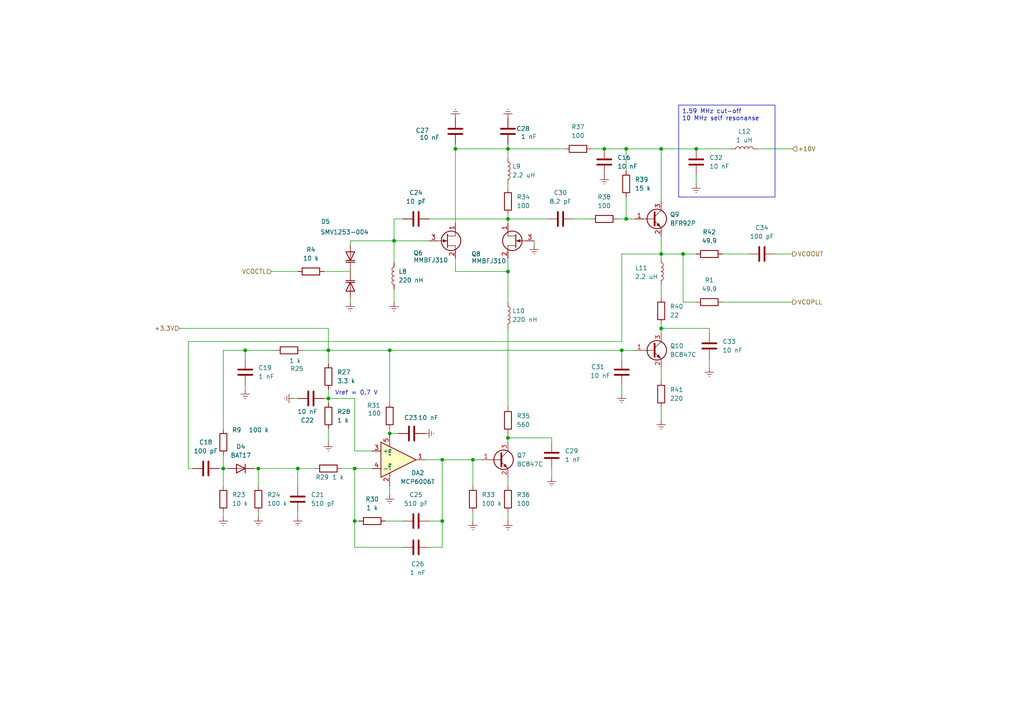
<source format=kicad_sch>
(kicad_sch (version 20250114) (generator "eeschema") (generator_version "9.0")
  (paper "A4")
  (lib_symbols
    (symbol "BJT:BC847" (pin_names (offset 0) (hide yes))
      (property "Reference" "Q" (at 5.08 1.27 0))
      (property "Value" "BC847C" (at 5.08 -1.27 0))
      (symbol "BC847_0_1"
        (polyline (pts (xy -2.54 0) (xy 0.635 0)))
        (polyline (pts (xy 0.635 1.905) (xy 0.635 -1.905)) (stroke (width 0.508)))
        (polyline (pts (xy 0.635 0.635) (xy 2.54 2.54)))
        (polyline (pts (xy 0.635 -0.635) (xy 2.54 -2.54)))
        (circle (center 1.27 0) (radius 2.8194) (stroke (width 0.254)))
        (polyline (pts (xy 1.27 -1.778) (xy 1.778 -1.27) (xy 2.286 -2.286) (xy 1.27 -1.778)) (fill (type outline)))
      )
      (symbol "BC847_1_1"
        (pin input line (at -5.08 0 0) (length 2.54) (name "B") (number "1"))
        (pin passive line (at 2.54 5.08 270) (length 2.54) (name "C") (number "3"))
        (pin passive line (at 2.54 -5.08 90) (length 2.54) (name "E") (number "2"))
      )
    )
    (symbol "BJT:BFR92P" (pin_names (offset 0) (hide yes))
      (property "Reference" "Q" (at 5.08 1.27 0))
      (property "Value" "BFR92P" (at 5.08 -1.27 0))
      (symbol "BFR92P_0_1"
        (polyline (pts (xy -2.54 0) (xy 0.635 0)))
        (polyline (pts (xy 0.635 1.905) (xy 0.635 -1.905)) (stroke (width 0.508)))
        (polyline (pts (xy 0.635 0.635) (xy 2.54 2.54)))
        (polyline (pts (xy 0.635 -0.635) (xy 2.54 -2.54)))
        (circle (center 1.27 0) (radius 2.8194) (stroke (width 0.254)))
        (polyline (pts (xy 1.27 -1.778) (xy 1.778 -1.27) (xy 2.286 -2.286) (xy 1.27 -1.778)) (fill (type outline)))
      )
      (symbol "BFR92P_1_1"
        (pin input line (at -5.08 0 0) (length 2.54) (name "B") (number "1"))
        (pin passive line (at 2.54 5.08 270) (length 2.54) (name "C") (number "3"))
        (pin passive line (at 2.54 -5.08 90) (length 2.54) (name "E") (number "2"))
      )
    )
    (symbol "Diodes:BAT17" (pin_numbers (hide yes)) (pin_names (offset 1.016) (hide yes))
      (property "Reference" "D" (at 0 2.54 0))
      (property "Value" "BAT17" (at 0 -2.54 0))
      (symbol "BAT17_0_1"
        (polyline (pts (xy -1.27 1.27) (xy -1.27 -1.27)) (stroke (width 0.254)))
        (polyline (pts (xy 1.27 1.27) (xy 1.27 -1.27) (xy -1.27 0) (xy 1.27 1.27)) (stroke (width 0.254)))
        (polyline (pts (xy 1.27 0) (xy -1.27 0)))
      )
      (symbol "BAT17_1_1"
        (pin passive line (at -3.81 0 0) (length 2.54) (name "K") (number "3"))
        (pin passive line (at 3.81 0 180) (length 2.54) (name "A") (number "1"))
      )
    )
    (symbol "Diodes:SMV1253-004" (pin_numbers (hide yes)) (pin_names (offset 0) (hide yes))
      (property "Reference" "D" (at -1.016 3.302 0))
      (property "Value" "SMV1253-004" (at 0 0 0))
      (symbol "SMV1253-004_0_1"
        (polyline (pts (xy -5.715 1.27) (xy -5.715 -1.27) (xy -3.175 0) (xy -5.715 1.27)) (stroke (width 0.254)))
        (polyline (pts (xy -3.175 1.27) (xy -3.175 -1.27)) (stroke (width 0.254)))
        (polyline (pts (xy -3.175 0) (xy -5.715 0)))
        (polyline (pts (xy -2.667 1.27) (xy -2.667 -1.27)) (stroke (width 0.254)))
        (polyline (pts (xy 0 0) (xy -2.54 0)))
        (polyline (pts (xy 2.667 1.27) (xy 2.667 -1.27)) (stroke (width 0.254)))
        (polyline (pts (xy 3.175 1.27) (xy 3.175 -1.27)) (stroke (width 0.254)))
        (polyline (pts (xy 3.175 0) (xy 5.715 0)))
        (polyline (pts (xy 5.715 1.27) (xy 5.715 -1.27) (xy 3.175 0) (xy 5.715 1.27)) (stroke (width 0.254)))
      )
      (symbol "SMV1253-004_1_1"
        (pin passive line (at -7.62 0 0) (length 2.54) (name "A1") (number "1"))
        (pin passive line (at 0 0 0) (length 2.54) (name "K") (number "3"))
        (pin passive line (at 7.62 0 180) (length 2.54) (name "A2") (number "2"))
      )
    )
    (symbol "FET:MMBFJ310" (pin_names (hide yes))
      (property "Reference" "Q" (at 5.08 1.905 0))
      (property "Value" "MMBFJ310" (at 5.08 0 0))
      (symbol "MMBFJ310_0_1"
        (polyline (pts (xy 0 0) (xy -1.016 0.381) (xy -1.016 -0.381) (xy 0 0)) (fill (type outline)))
        (polyline (pts (xy 0.254 1.905) (xy 0.254 -1.905)) (stroke (width 0.254)))
        (polyline (pts (xy 0.254 0) (xy -2.54 0)))
        (circle (center 1.27 0) (radius 2.8194) (stroke (width 0.254)))
        (polyline (pts (xy 2.54 2.54) (xy 2.54 1.397) (xy 0.254 1.397)))
        (polyline (pts (xy 2.54 -2.54) (xy 2.54 -1.397) (xy 0.254 -1.397)))
      )
      (symbol "MMBFJ310_1_1"
        (pin passive line (at -5.08 0 0) (length 2.54) (name "G") (number "3"))
        (pin passive line (at 2.54 5.08 270) (length 2.54) (name "D") (number "1"))
        (pin input line (at 2.54 -5.08 90) (length 2.54) (name "S") (number "2"))
      )
    )
    (symbol "opamps:MCP6006T"
      (property "Reference" "DA" (at 1.524 5.08 0))
      (property "Value" "MCP6006T" (at 1.524 3.302 0))
      (symbol "MCP6006T_1_1"
        (polyline (pts (xy -3.81 5.08) (xy 6.35 0) (xy -3.81 -5.08) (xy -3.81 5.08)) (stroke (width 0.254)) (fill (type background)))
        (pin input line (at -6.35 2.54 0) (length 2.54) (name "+") (number "3"))
        (pin input line (at -6.35 -2.54 0) (length 2.54) (name "-") (number "4"))
        (pin power_in line (at -1.27 7.62 270) (length 3.81) (name "+Vs") (number "5"))
        (pin power_in line (at -1.27 -7.62 90) (length 3.81) (name "-Vs") (number "2"))
        (pin output line (at 8.89 0 180) (length 2.54) (name "~") (number "1"))
      )
    )
    (symbol "passive:CC0603JRNPO9BN100" (pin_numbers (hide yes)) (pin_names (offset 0.254))
      (property "Reference" "C" (at 0.635 2.54 0))
      (property "Value" "10 pF" (at 0.635 -2.54 0))
      (symbol "CC0603JRNPO9BN100_0_1"
        (polyline (pts (xy -2.032 0.762) (xy 2.032 0.762)) (stroke (width 0.508)))
        (polyline (pts (xy -2.032 -0.762) (xy 2.032 -0.762)) (stroke (width 0.508)))
      )
      (symbol "CC0603JRNPO9BN100_1_1"
        (pin passive line (at 0 3.81 270) (length 2.794) (name "~") (number "1"))
        (pin passive line (at 0 -3.81 90) (length 2.794) (name "~") (number "2"))
      )
    )
    (symbol "passive:CC0603JRNPO9BN101" (pin_numbers (hide yes)) (pin_names (offset 0.254))
      (property "Reference" "C" (at 0.635 2.54 0))
      (property "Value" "100 pF" (at 0.635 -2.54 0))
      (symbol "CC0603JRNPO9BN101_0_1"
        (polyline (pts (xy -2.032 0.762) (xy 2.032 0.762)) (stroke (width 0.508)))
        (polyline (pts (xy -2.032 -0.762) (xy 2.032 -0.762)) (stroke (width 0.508)))
      )
      (symbol "CC0603JRNPO9BN101_1_1"
        (pin passive line (at 0 3.81 270) (length 2.794) (name "~") (number "1"))
        (pin passive line (at 0 -3.81 90) (length 2.794) (name "~") (number "2"))
      )
    )
    (symbol "passive:CC0603JRNPO9BN102" (pin_numbers (hide yes)) (pin_names (offset 0.254))
      (property "Reference" "C" (at 0.635 2.54 0))
      (property "Value" "1 nF" (at 0.635 -2.54 0))
      (symbol "CC0603JRNPO9BN102_0_1"
        (polyline (pts (xy -2.032 0.762) (xy 2.032 0.762)) (stroke (width 0.508)))
        (polyline (pts (xy -2.032 -0.762) (xy 2.032 -0.762)) (stroke (width 0.508)))
      )
      (symbol "CC0603JRNPO9BN102_1_1"
        (pin passive line (at 0 3.81 270) (length 2.794) (name "~") (number "1"))
        (pin passive line (at 0 -3.81 90) (length 2.794) (name "~") (number "2"))
      )
    )
    (symbol "passive:CC0603JRNPO9BN103" (pin_numbers (hide yes)) (pin_names (offset 0.254))
      (property "Reference" "C" (at 0.635 2.54 0))
      (property "Value" "10 nF" (at 0.635 -2.54 0))
      (symbol "CC0603JRNPO9BN103_0_1"
        (polyline (pts (xy -2.032 0.762) (xy 2.032 0.762)) (stroke (width 0.508)))
        (polyline (pts (xy -2.032 -0.762) (xy 2.032 -0.762)) (stroke (width 0.508)))
      )
      (symbol "CC0603JRNPO9BN103_1_1"
        (pin passive line (at 0 3.81 270) (length 2.794) (name "~") (number "1"))
        (pin passive line (at 0 -3.81 90) (length 2.794) (name "~") (number "2"))
      )
    )
    (symbol "passive:CC0603JRNPO9BN511" (pin_numbers (hide yes)) (pin_names (offset 0.254))
      (property "Reference" "C" (at 0.635 2.54 0))
      (property "Value" "510 pF" (at 0.635 -2.54 0))
      (symbol "CC0603JRNPO9BN511_0_1"
        (polyline (pts (xy -2.032 0.762) (xy 2.032 0.762)) (stroke (width 0.508)))
        (polyline (pts (xy -2.032 -0.762) (xy 2.032 -0.762)) (stroke (width 0.508)))
      )
      (symbol "CC0603JRNPO9BN511_1_1"
        (pin passive line (at 0 3.81 270) (length 2.794) (name "~") (number "1"))
        (pin passive line (at 0 -3.81 90) (length 2.794) (name "~") (number "2"))
      )
    )
    (symbol "passive:CC0603JRNPO9BN8R2" (pin_numbers (hide yes)) (pin_names (offset 0.254))
      (property "Reference" "C" (at 0.635 2.54 0))
      (property "Value" "8.2 pF" (at 0.635 -2.54 0))
      (symbol "CC0603JRNPO9BN8R2_0_1"
        (polyline (pts (xy -2.032 0.762) (xy 2.032 0.762)) (stroke (width 0.508)))
        (polyline (pts (xy -2.032 -0.762) (xy 2.032 -0.762)) (stroke (width 0.508)))
      )
      (symbol "CC0603JRNPO9BN8R2_1_1"
        (pin passive line (at 0 3.81 270) (length 2.794) (name "~") (number "1"))
        (pin passive line (at 0 -3.81 90) (length 2.794) (name "~") (number "2"))
      )
    )
    (symbol "passive:LQW2BASR22J00L" (pin_numbers (hide yes)) (pin_names (offset 1.016) (hide yes))
      (property "Reference" "L" (at -1.27 0 90))
      (property "Value" "220 nH" (at 1.905 0 90))
      (symbol "LQW2BASR22J00L_0_1"
        (arc (start 0 2.54) (mid 0.6323 1.905) (end 0 1.27))
        (arc (start 0 1.27) (mid 0.6323 0.635) (end 0 0))
        (arc (start 0 0) (mid 0.6323 -0.635) (end 0 -1.27))
        (arc (start 0 -1.27) (mid 0.6323 -1.905) (end 0 -2.54))
      )
      (symbol "LQW2BASR22J00L_1_1"
        (pin passive line (at 0 3.81 270) (length 1.27) (name "1") (number "1"))
        (pin passive line (at 0 -3.81 90) (length 1.27) (name "2") (number "2"))
      )
    )
    (symbol "passive:LQW2UAS2R2J00L" (pin_numbers (hide yes)) (pin_names (offset 1.016) (hide yes))
      (property "Reference" "L" (at -1.27 0 90))
      (property "Value" "2.2 uH" (at 1.905 0 90))
      (symbol "LQW2UAS2R2J00L_0_1"
        (arc (start 0 2.54) (mid 0.6323 1.905) (end 0 1.27))
        (arc (start 0 1.27) (mid 0.6323 0.635) (end 0 0))
        (arc (start 0 0) (mid 0.6323 -0.635) (end 0 -1.27))
        (arc (start 0 -1.27) (mid 0.6323 -1.905) (end 0 -2.54))
      )
      (symbol "LQW2UAS2R2J00L_1_1"
        (pin passive line (at 0 3.81 270) (length 1.27) (name "1") (number "1"))
        (pin passive line (at 0 -3.81 90) (length 1.27) (name "2") (number "2"))
      )
    )
    (symbol "passive:MLZ1608A1R0WT000" (pin_numbers (hide yes)) (pin_names (offset 1.016) (hide yes))
      (property "Reference" "L" (at -1.27 0 90))
      (property "Value" "1 uH" (at 1.905 0 90))
      (symbol "MLZ1608A1R0WT000_0_1"
        (arc (start 0 2.54) (mid 0.6323 1.905) (end 0 1.27))
        (arc (start 0 1.27) (mid 0.6323 0.635) (end 0 0))
        (arc (start 0 0) (mid 0.6323 -0.635) (end 0 -1.27))
        (arc (start 0 -1.27) (mid 0.6323 -1.905) (end 0 -2.54))
      )
      (symbol "MLZ1608A1R0WT000_1_1"
        (pin passive line (at 0 3.81 270) (length 1.27) (name "1") (number "1"))
        (pin passive line (at 0 -3.81 90) (length 1.27) (name "2") (number "2"))
      )
    )
    (symbol "passive:RC0603FR-0749R9L" (pin_numbers (hide yes)) (pin_names (offset 0))
      (property "Reference" "R" (at 2.032 0 90))
      (property "Value" "49.9" (at 0 0 90))
      (symbol "RC0603FR-0749R9L_0_1"
        (rectangle (start -1.016 -2.54) (end 1.016 2.54) (stroke (width 0.254)))
      )
      (symbol "RC0603FR-0749R9L_1_1"
        (pin passive line (at 0 3.81 270) (length 1.27) (name "~") (number "1"))
        (pin passive line (at 0 -3.81 90) (length 1.27) (name "~") (number "2"))
      )
    )
    (symbol "passive:RC0603JR-07100KL" (pin_numbers (hide yes)) (pin_names (offset 0))
      (property "Reference" "R" (at 2.032 0 90))
      (property "Value" "100 k" (at 0 0 90))
      (symbol "RC0603JR-07100KL_0_1"
        (rectangle (start -1.016 -2.54) (end 1.016 2.54) (stroke (width 0.254)))
      )
      (symbol "RC0603JR-07100KL_1_1"
        (pin passive line (at 0 3.81 270) (length 1.27) (name "~") (number "1"))
        (pin passive line (at 0 -3.81 90) (length 1.27) (name "~") (number "2"))
      )
    )
    (symbol "passive:RC0603JR-07100RL" (pin_numbers (hide yes)) (pin_names (offset 0))
      (property "Reference" "R" (at 2.032 0 90))
      (property "Value" "100" (at 0 0 90))
      (symbol "RC0603JR-07100RL_0_1"
        (rectangle (start -1.016 -2.54) (end 1.016 2.54) (stroke (width 0.254)))
      )
      (symbol "RC0603JR-07100RL_1_1"
        (pin passive line (at 0 3.81 270) (length 1.27) (name "~") (number "1"))
        (pin passive line (at 0 -3.81 90) (length 1.27) (name "~") (number "2"))
      )
    )
    (symbol "passive:RC0603JR-0710K0L" (pin_numbers (hide yes)) (pin_names (offset 0))
      (property "Reference" "R" (at 2.032 0 90))
      (property "Value" "10 k" (at 0 0 90))
      (symbol "RC0603JR-0710K0L_0_1"
        (rectangle (start -1.016 -2.54) (end 1.016 2.54) (stroke (width 0.254)))
      )
      (symbol "RC0603JR-0710K0L_1_1"
        (pin passive line (at 0 3.81 270) (length 1.27) (name "~") (number "1"))
        (pin passive line (at 0 -3.81 90) (length 1.27) (name "~") (number "2"))
      )
    )
    (symbol "passive:RC0603JR-0715K0L" (pin_numbers (hide yes)) (pin_names (offset 0))
      (property "Reference" "R" (at 2.032 0 90))
      (property "Value" "15 k" (at 0 0 90))
      (symbol "RC0603JR-0715K0L_0_1"
        (rectangle (start -1.016 -2.54) (end 1.016 2.54) (stroke (width 0.254)))
      )
      (symbol "RC0603JR-0715K0L_1_1"
        (pin passive line (at 0 3.81 270) (length 1.27) (name "~") (number "1"))
        (pin passive line (at 0 -3.81 90) (length 1.27) (name "~") (number "2"))
      )
    )
    (symbol "passive:RC0603JR-071K00L" (pin_numbers (hide yes)) (pin_names (offset 0))
      (property "Reference" "R" (at 2.032 0 90))
      (property "Value" "1 k" (at 0 0 90))
      (symbol "RC0603JR-071K00L_0_1"
        (rectangle (start -1.016 -2.54) (end 1.016 2.54) (stroke (width 0.254)))
      )
      (symbol "RC0603JR-071K00L_1_1"
        (pin passive line (at 0 3.81 270) (length 1.27) (name "~") (number "1"))
        (pin passive line (at 0 -3.81 90) (length 1.27) (name "~") (number "2"))
      )
    )
    (symbol "passive:RC0603JR-07220RL" (pin_numbers (hide yes)) (pin_names (offset 0))
      (property "Reference" "R" (at 2.032 0 90))
      (property "Value" "220" (at 0 0 90))
      (symbol "RC0603JR-07220RL_0_1"
        (rectangle (start -1.016 -2.54) (end 1.016 2.54) (stroke (width 0.254)))
      )
      (symbol "RC0603JR-07220RL_1_1"
        (pin passive line (at 0 3.81 270) (length 1.27) (name "~") (number "1"))
        (pin passive line (at 0 -3.81 90) (length 1.27) (name "~") (number "2"))
      )
    )
    (symbol "passive:RC0603JR-0722RL" (pin_numbers (hide yes)) (pin_names (offset 0))
      (property "Reference" "R" (at 2.032 0 90))
      (property "Value" "22" (at 0 0 90))
      (symbol "RC0603JR-0722RL_0_1"
        (rectangle (start -1.016 -2.54) (end 1.016 2.54) (stroke (width 0.254)))
      )
      (symbol "RC0603JR-0722RL_1_1"
        (pin passive line (at 0 3.81 270) (length 1.27) (name "~") (number "1"))
        (pin passive line (at 0 -3.81 90) (length 1.27) (name "~") (number "2"))
      )
    )
    (symbol "passive:RC0603JR-073K30L" (pin_numbers (hide yes)) (pin_names (offset 0))
      (property "Reference" "R" (at 2.032 0 90))
      (property "Value" "3.3 k" (at 0 0 90))
      (symbol "RC0603JR-073K30L_0_1"
        (rectangle (start -1.016 -2.54) (end 1.016 2.54) (stroke (width 0.254)))
      )
      (symbol "RC0603JR-073K30L_1_1"
        (pin passive line (at 0 3.81 270) (length 1.27) (name "~") (number "1"))
        (pin passive line (at 0 -3.81 90) (length 1.27) (name "~") (number "2"))
      )
    )
    (symbol "passive:RC0603JR-07560RL" (pin_numbers (hide yes)) (pin_names (offset 0))
      (property "Reference" "R" (at 2.032 0 90))
      (property "Value" "560" (at 0 0 90))
      (symbol "RC0603JR-07560RL_0_1"
        (rectangle (start -1.016 -2.54) (end 1.016 2.54) (stroke (width 0.254)))
      )
      (symbol "RC0603JR-07560RL_1_1"
        (pin passive line (at 0 3.81 270) (length 1.27) (name "~") (number "1"))
        (pin passive line (at 0 -3.81 90) (length 1.27) (name "~") (number "2"))
      )
    )
    (symbol "power:Earth" (power) (pin_numbers (hide yes)) (pin_names (offset 0) (hide yes))
      (property "Value" "Earth" (at 0 -3.81 0))
      (symbol "Earth_0_1"
        (polyline (pts (xy -0.635 -1.905) (xy 0.635 -1.905)))
        (polyline (pts (xy -0.127 -2.54) (xy 0.127 -2.54)))
        (polyline (pts (xy 0 -1.27) (xy 0 0)))
        (polyline (pts (xy 1.27 -1.27) (xy -1.27 -1.27)))
      )
      (symbol "Earth_1_1"
        (pin power_in line (at 0 0 270) (length 0) (name "~") (number "1"))
      )
    )
  )
  (text "Vref = 0.7 V" (at 103.378 114.046 0) (effects (font (size 1.27 1.27))))
  (text_box "1.59 MHz cut-off\n10 MHz self resonanse" (at 196.85 30.48 0) (size 27.94 26.67) (margins 0.9525 0.9525 0.9525 0.9525) (effects (font (size 1.27 1.27)) (justify left top)))
  (junction (at 102.87 151.13))
  (junction (at 198.12 73.66))
  (junction (at 191.77 95.25))
  (junction (at 102.87 135.89))
  (junction (at 128.27 151.13))
  (junction (at 175.26 43.18))
  (junction (at 180.34 101.6))
  (junction (at 181.61 43.18))
  (junction (at 147.32 127))
  (junction (at 147.32 78.74))
  (junction (at 201.93 43.18))
  (junction (at 114.3 69.85))
  (junction (at 74.93 135.89))
  (junction (at 95.25 115.57))
  (junction (at 64.77 135.89))
  (junction (at 86.36 135.89))
  (junction (at 147.32 63.5))
  (junction (at 113.03 101.6))
  (junction (at 113.03 125.73))
  (junction (at 181.61 63.5))
  (junction (at 71.12 101.6))
  (junction (at 191.77 73.66))
  (junction (at 95.25 101.6))
  (junction (at 132.08 43.18))
  (junction (at 137.16 133.35))
  (junction (at 128.27 133.35))
  (junction (at 147.32 43.18))
  (junction (at 191.77 43.18))
  (wire (pts (xy 93.98 78.74) (xy 101.6 78.74)))
  (wire (pts (xy 160.02 135.89) (xy 160.02 138.43)))
  (wire (pts (xy 191.77 82.55) (xy 191.77 86.36)))
  (wire (pts (xy 224.79 73.66) (xy 229.87 73.66)))
  (wire (pts (xy 137.16 133.35) (xy 139.7 133.35)))
  (wire (pts (xy 74.93 135.89) (xy 86.36 135.89)))
  (wire (pts (xy 147.32 45.72) (xy 147.32 43.18)))
  (wire (pts (xy 166.37 63.5) (xy 171.45 63.5)))
  (wire (pts (xy 87.63 101.6) (xy 95.25 101.6)))
  (wire (pts (xy 71.12 101.6) (xy 71.12 104.14)))
  (wire (pts (xy 198.12 87.63) (xy 198.12 73.66)))
  (wire (pts (xy 175.26 43.18) (xy 181.61 43.18)))
  (wire (pts (xy 114.3 83.82) (xy 114.3 87.63)))
  (wire (pts (xy 95.25 95.25) (xy 95.25 101.6)))
  (wire (pts (xy 147.32 63.5) (xy 147.32 64.77)))
  (wire (pts (xy 102.87 115.57) (xy 95.25 115.57)))
  (wire (pts (xy 95.25 124.46) (xy 95.25 128.27)))
  (wire (pts (xy 137.16 140.97) (xy 137.16 133.35)))
  (wire (pts (xy 64.77 101.6) (xy 71.12 101.6)))
  (wire (pts (xy 54.61 99.06) (xy 180.34 99.06)))
  (wire (pts (xy 74.93 148.59) (xy 74.93 149.86)))
  (wire (pts (xy 93.98 115.57) (xy 95.25 115.57)))
  (wire (pts (xy 132.08 43.18) (xy 132.08 64.77)))
  (wire (pts (xy 124.46 151.13) (xy 128.27 151.13)))
  (wire (pts (xy 191.77 68.58) (xy 191.77 73.66)))
  (wire (pts (xy 101.6 69.85) (xy 114.3 69.85)))
  (wire (pts (xy 111.76 151.13) (xy 116.84 151.13)))
  (wire (pts (xy 113.03 124.46) (xy 113.03 125.73)))
  (wire (pts (xy 147.32 53.34) (xy 147.32 54.61)))
  (wire (pts (xy 54.61 135.89) (xy 55.88 135.89)))
  (wire (pts (xy 191.77 73.66) (xy 191.77 74.93)))
  (wire (pts (xy 64.77 101.6) (xy 64.77 124.46)))
  (wire (pts (xy 101.6 86.36) (xy 101.6 87.63)))
  (wire (pts (xy 132.08 41.91) (xy 132.08 43.18)))
  (wire (pts (xy 95.25 101.6) (xy 95.25 105.41)))
  (wire (pts (xy 171.45 43.18) (xy 175.26 43.18)))
  (wire (pts (xy 147.32 41.91) (xy 147.32 43.18)))
  (wire (pts (xy 52.07 95.25) (xy 95.25 95.25)))
  (wire (pts (xy 102.87 130.81) (xy 102.87 115.57)))
  (wire (pts (xy 128.27 133.35) (xy 137.16 133.35)))
  (wire (pts (xy 147.32 125.73) (xy 147.32 127)))
  (wire (pts (xy 181.61 63.5) (xy 184.15 63.5)))
  (wire (pts (xy 86.36 135.89) (xy 91.44 135.89)))
  (wire (pts (xy 147.32 78.74) (xy 147.32 87.63)))
  (wire (pts (xy 64.77 148.59) (xy 64.77 149.86)))
  (wire (pts (xy 180.34 101.6) (xy 180.34 104.14)))
  (wire (pts (xy 99.06 135.89) (xy 102.87 135.89)))
  (wire (pts (xy 113.03 125.73) (xy 115.57 125.73)))
  (wire (pts (xy 113.03 101.6) (xy 113.03 116.84)))
  (wire (pts (xy 128.27 151.13) (xy 128.27 133.35)))
  (wire (pts (xy 137.16 148.59) (xy 137.16 151.13)))
  (wire (pts (xy 191.77 43.18) (xy 191.77 58.42)))
  (wire (pts (xy 113.03 140.97) (xy 113.03 143.51)))
  (wire (pts (xy 132.08 74.93) (xy 132.08 78.74)))
  (wire (pts (xy 132.08 78.74) (xy 147.32 78.74)))
  (wire (pts (xy 181.61 43.18) (xy 181.61 49.53)))
  (wire (pts (xy 102.87 135.89) (xy 107.95 135.89)))
  (wire (pts (xy 160.02 127) (xy 147.32 127)))
  (wire (pts (xy 209.55 73.66) (xy 217.17 73.66)))
  (wire (pts (xy 201.93 87.63) (xy 198.12 87.63)))
  (wire (pts (xy 128.27 158.75) (xy 128.27 151.13)))
  (wire (pts (xy 205.74 96.52) (xy 205.74 95.25)))
  (wire (pts (xy 102.87 130.81) (xy 107.95 130.81)))
  (wire (pts (xy 179.07 63.5) (xy 181.61 63.5)))
  (wire (pts (xy 124.46 63.5) (xy 147.32 63.5)))
  (wire (pts (xy 116.84 158.75) (xy 102.87 158.75)))
  (wire (pts (xy 191.77 95.25) (xy 205.74 95.25)))
  (wire (pts (xy 191.77 73.66) (xy 198.12 73.66)))
  (wire (pts (xy 191.77 43.18) (xy 201.93 43.18)))
  (wire (pts (xy 102.87 158.75) (xy 102.87 151.13)))
  (wire (pts (xy 114.3 63.5) (xy 114.3 69.85)))
  (wire (pts (xy 147.32 148.59) (xy 147.32 151.13)))
  (wire (pts (xy 147.32 63.5) (xy 158.75 63.5)))
  (wire (pts (xy 180.34 101.6) (xy 184.15 101.6)))
  (wire (pts (xy 191.77 106.68) (xy 191.77 110.49)))
  (wire (pts (xy 124.46 158.75) (xy 128.27 158.75)))
  (wire (pts (xy 154.94 69.85) (xy 154.94 71.12)))
  (wire (pts (xy 219.71 43.18) (xy 229.87 43.18)))
  (wire (pts (xy 71.12 101.6) (xy 80.01 101.6)))
  (wire (pts (xy 201.93 53.34) (xy 201.93 50.8)))
  (wire (pts (xy 114.3 76.2) (xy 114.3 69.85)))
  (wire (pts (xy 198.12 73.66) (xy 201.93 73.66)))
  (wire (pts (xy 201.93 43.18) (xy 212.09 43.18)))
  (wire (pts (xy 64.77 135.89) (xy 66.04 135.89)))
  (wire (pts (xy 114.3 69.85) (xy 124.46 69.85)))
  (wire (pts (xy 63.5 135.89) (xy 64.77 135.89)))
  (wire (pts (xy 113.03 101.6) (xy 180.34 101.6)))
  (wire (pts (xy 78.74 78.74) (xy 86.36 78.74)))
  (wire (pts (xy 147.32 43.18) (xy 132.08 43.18)))
  (wire (pts (xy 147.32 127) (xy 147.32 128.27)))
  (wire (pts (xy 86.36 135.89) (xy 86.36 140.97)))
  (wire (pts (xy 74.93 135.89) (xy 74.93 140.97)))
  (wire (pts (xy 71.12 111.76) (xy 71.12 113.03)))
  (wire (pts (xy 180.34 114.3) (xy 180.34 111.76)))
  (wire (pts (xy 147.32 62.23) (xy 147.32 63.5)))
  (wire (pts (xy 181.61 43.18) (xy 191.77 43.18)))
  (wire (pts (xy 64.77 132.08) (xy 64.77 135.89)))
  (wire (pts (xy 101.6 69.85) (xy 101.6 71.12)))
  (wire (pts (xy 181.61 57.15) (xy 181.61 63.5)))
  (wire (pts (xy 205.74 104.14) (xy 205.74 106.68)))
  (wire (pts (xy 160.02 128.27) (xy 160.02 127)))
  (wire (pts (xy 147.32 140.97) (xy 147.32 138.43)))
  (wire (pts (xy 191.77 95.25) (xy 191.77 96.52)))
  (wire (pts (xy 73.66 135.89) (xy 74.93 135.89)))
  (wire (pts (xy 86.36 148.59) (xy 86.36 149.86)))
  (wire (pts (xy 180.34 99.06) (xy 180.34 73.66)))
  (wire (pts (xy 95.25 113.03) (xy 95.25 115.57)))
  (wire (pts (xy 104.14 151.13) (xy 102.87 151.13)))
  (wire (pts (xy 123.19 133.35) (xy 128.27 133.35)))
  (wire (pts (xy 64.77 135.89) (xy 64.77 140.97)))
  (wire (pts (xy 191.77 93.98) (xy 191.77 95.25)))
  (wire (pts (xy 191.77 118.11) (xy 191.77 121.92)))
  (wire (pts (xy 180.34 73.66) (xy 191.77 73.66)))
  (wire (pts (xy 54.61 135.89) (xy 54.61 99.06)))
  (wire (pts (xy 95.25 101.6) (xy 113.03 101.6)))
  (wire (pts (xy 147.32 95.25) (xy 147.32 118.11)))
  (wire (pts (xy 147.32 78.74) (xy 147.32 74.93)))
  (wire (pts (xy 102.87 151.13) (xy 102.87 135.89)))
  (wire (pts (xy 209.55 87.63) (xy 229.87 87.63)))
  (wire (pts (xy 147.32 43.18) (xy 163.83 43.18)))
  (wire (pts (xy 95.25 115.57) (xy 95.25 116.84)))
  (wire (pts (xy 116.84 63.5) (xy 114.3 63.5)))
  (wire (pts (xy 85.09 115.57) (xy 86.36 115.57)))
  (hierarchical_label "+3.3V" (shape input) (at 52.07 95.25 180))
  (hierarchical_label "VCOCTL" (shape input) (at 78.74 78.74 180))
  (hierarchical_label "VCOPLL" (shape output) (at 229.87 87.63 0))
  (hierarchical_label "VCOOUT" (shape output) (at 229.87 73.66 0))
  (hierarchical_label "+10V" (shape input) (at 229.87 43.18 0))
  (symbol (lib_id "power:Earth") (at 132.08 34.29 180) (unit 1)
    (property "Reference" "#PWR043" (effects (hide yes)))
    (property "Value" "Earth" (effects (hide yes)))
    (property "Description" "Power symbol creates a global label with name \"Earth\"" (effects (hide yes)))
  )
  (symbol (lib_id "passive:RC0603JR-07100KL") (at 64.77 128.27 0) (unit 1)
    (property "Reference" "R9" (at 67.31 124.714 0) (effects (justify left)))
    (property "Value" "100 k" (at 72.136 124.714 0) (effects (justify left)))
    (property "Footprint" "Resistor_SMD:R_0603_1608Metric" (effects (hide yes)))
    (property "Description" "Resistor" (effects (hide yes)))
    (property "Partnumber" "RC0603JR-07100KL" (effects (hide yes)))
  )
  (symbol (lib_id "passive:CC0603JRNPO9BN103") (at 175.26 46.99 0) (unit 1)
    (property "Reference" "C16" (at 179.07 45.7199 0) (effects (justify left)))
    (property "Value" "10 nF" (at 179.07 48.2599 0) (effects (justify left)))
    (property "Footprint" "Capacitor_SMD:C_0603_1608Metric" (effects (hide yes)))
    (property "Datasheet" "https://www.yageo.com/en/Chart/Download/pdf/CC0603JRNPO9BN103" (effects (hide yes)))
    (property "Description" "10 nF 50V C0G/NPO 0603" (effects (hide yes)))
    (property "Partnumber" "CC0603JRNPO9BN103" (effects (hide yes)))
  )
  (symbol (lib_id "power:Earth") (at 137.16 151.13 0) (unit 1)
    (property "Reference" "#PWR044" (effects (hide yes)))
    (property "Value" "Earth" (effects (hide yes)))
    (property "Description" "Power symbol creates a global label with name \"Earth\"" (effects (hide yes)))
  )
  (symbol (lib_id "passive:LQW2UAS2R2J00L") (at 191.77 78.74 0) (unit 1)
    (property "Reference" "L11" (at 184.15 77.724 0) (effects (justify left)))
    (property "Value" "2.2 uH" (at 184.15 80.264 0) (effects (justify left)))
    (property "Footprint" "Inductor_SMD:L_1008_2520Metric" (effects (hide yes)))
    (property "Description" "2.2 uH, RF wirewound inductor" (effects (hide yes)))
    (property "Partnumber" "LQW2UAS2R2J00L" (effects (hide yes)))
  )
  (symbol (lib_id "passive:CC0603JRNPO9BN102") (at 71.12 107.95 0) (unit 1)
    (property "Reference" "C19" (at 74.93 106.6799 0) (effects (justify left)))
    (property "Value" "1 nF" (at 74.93 109.2199 0) (effects (justify left)))
    (property "Footprint" "Capacitor_SMD:C_0603_1608Metric" (effects (hide yes)))
    (property "Description" "Unpolarized capacitor" (effects (hide yes)))
    (property "Partnumber" "CC0603JRNPO9BN102" (effects (hide yes)))
  )
  (symbol (lib_id "passive:RC0603FR-0749R9L") (at 205.74 73.66 90) (unit 1)
    (property "Reference" "R42" (at 205.74 67.31 90))
    (property "Value" "49.9" (at 205.74 69.85 90))
    (property "Footprint" "Resistor_SMD:R_0603_1608Metric" (effects (hide yes)))
    (property "Datasheet" "https://www.yageogroup.com/content/datasheet/asset/file/PYU-RC_GROUP_51_ROHS_L" (effects (hide yes)))
    (property "Description" "1/10W resistor 0603" (effects (hide yes)))
    (property "Partnumber" "RC0603FR-0749R9L" (effects (hide yes)))
  )
  (symbol (lib_id "power:Earth") (at 147.32 151.13 0) (unit 1)
    (property "Reference" "#PWR046" (effects (hide yes)))
    (property "Value" "Earth" (effects (hide yes)))
    (property "Description" "Power symbol creates a global label with name \"Earth\"" (effects (hide yes)))
  )
  (symbol (lib_id "Diodes:SMV1253-004") (at 101.6 78.74 270) (unit 1)
    (property "Reference" "D5" (at 95.758 64.262 90) (effects (justify right)))
    (property "Value" "SMV1253-004" (at 106.934 67.31 90) (effects (justify right)))
    (property "Footprint" "Package_TO_SOT_SMD:SOT-23" (effects (hide yes)))
    (property "Datasheet" "https://www.skyworksinc.com/-/media/85996D5458724EC385A4FC893D918989.pdf" (effects (hide yes)))
    (property "Description" "VHF/UHF varactor double, common cathode, Ct4.7 = 4.5 pF, Ct1 = 37 pF" (effects (hide yes)))
    (property "Partnumber" "SMV1253-004LF" (effects (hide yes)))
  )
  (symbol (lib_id "passive:RC0603JR-071K00L") (at 107.95 151.13 90) (unit 1)
    (property "Reference" "R30" (at 107.95 144.78 90))
    (property "Value" "1 k" (at 107.95 147.32 90))
    (property "Footprint" "Resistor_SMD:R_0603_1608Metric" (effects (hide yes)))
    (property "Description" "Resistor" (effects (hide yes)))
    (property "Partnumber" "RC0603JR-071K00L" (effects (hide yes)))
  )
  (symbol (lib_id "passive:LQW2BASR22J00L") (at 147.32 91.44 0) (unit 1)
    (property "Reference" "L10" (at 148.59 90.1699 0) (effects (justify left)))
    (property "Value" "220 nH" (at 148.59 92.7099 0) (effects (justify left)))
    (property "Footprint" "Inductor_SMD:L_1008_2520Metric" (effects (hide yes)))
    (property "Datasheet" "https://search.murata.co.jp/Ceramy/image/img/P02/JELF243A-0084.pdf" (effects (hide yes)))
    (property "Description" "220 nH 400MA 700mOhm" (effects (hide yes)))
    (property "Partnumber" "LQW2BASR22J00L" (effects (hide yes)))
  )
  (symbol (lib_id "power:Earth") (at 85.09 115.57 270) (unit 1)
    (property "Reference" "#PWR034" (effects (hide yes)))
    (property "Value" "Earth" (effects (hide yes)))
    (property "Description" "Power symbol creates a global label with name \"Earth\"" (effects (hide yes)))
  )
  (symbol (lib_id "power:Earth") (at 147.32 34.29 180) (unit 1)
    (property "Reference" "#PWR045" (effects (hide yes)))
    (property "Value" "Earth" (effects (hide yes)))
    (property "Description" "Power symbol creates a global label with name \"Earth\"" (effects (hide yes)))
  )
  (symbol (lib_id "power:Earth") (at 123.19 125.73 90) (unit 1)
    (property "Reference" "#PWR040" (effects (hide yes)))
    (property "Value" "Earth" (effects (hide yes)))
    (property "Description" "Power symbol creates a global label with name \"Earth\"" (effects (hide yes)))
  )
  (symbol (lib_id "passive:RC0603JR-07100RL") (at 147.32 58.42 0) (unit 1)
    (property "Reference" "R34" (at 149.86 57.1499 0) (effects (justify left)))
    (property "Value" "100" (at 149.86 59.6899 0) (effects (justify left)))
    (property "Footprint" "Resistor_SMD:R_0603_1608Metric" (effects (hide yes)))
    (property "Description" "Resistor" (effects (hide yes)))
    (property "Partnumber" "RC0603JR-07100RL" (effects (hide yes)))
  )
  (symbol (lib_id "passive:RC0603FR-0749R9L") (at 205.74 87.63 90) (unit 1)
    (property "Reference" "R1" (at 205.74 81.28 90))
    (property "Value" "49.9" (at 205.74 83.82 90))
    (property "Footprint" "Resistor_SMD:R_0603_1608Metric" (effects (hide yes)))
    (property "Datasheet" "https://www.yageogroup.com/content/datasheet/asset/file/PYU-RC_GROUP_51_ROHS_L" (effects (hide yes)))
    (property "Description" "1/10W resistor 0603" (effects (hide yes)))
    (property "Partnumber" "RC0603FR-0749R9L" (effects (hide yes)))
  )
  (symbol (lib_id "power:Earth") (at 101.6 87.63 0) (unit 1)
    (property "Reference" "#PWR037" (effects (hide yes)))
    (property "Value" "Earth" (effects (hide yes)))
    (property "Description" "Power symbol creates a global label with name \"Earth\"" (effects (hide yes)))
  )
  (symbol (lib_id "passive:CC0603JRNPO9BN101") (at 220.98 73.66 90) (unit 1)
    (property "Reference" "C34" (at 220.98 66.04 90))
    (property "Value" "100 pF" (at 220.98 68.58 90))
    (property "Footprint" "Capacitor_SMD:C_0603_1608Metric" (effects (hide yes)))
    (property "Description" "Unpolarized capacitor" (effects (hide yes)))
    (property "Partnumber" "CC0603JRNPO9BN101" (effects (hide yes)))
  )
  (symbol (lib_id "passive:CC0603JRNPO9BN103") (at 90.17 115.57 90) (unit 1)
    (property "Reference" "C22" (at 89.154 121.92 90))
    (property "Value" "10 nF" (at 89.154 119.38 90))
    (property "Footprint" "Capacitor_SMD:C_0603_1608Metric" (effects (hide yes)))
    (property "Datasheet" "https://www.yageo.com/en/Chart/Download/pdf/CC0603JRNPO9BN103" (effects (hide yes)))
    (property "Description" "10 nF 50V C0G/NPO 0603" (effects (hide yes)))
    (property "Partnumber" "CC0603JRNPO9BN103" (effects (hide yes)))
  )
  (symbol (lib_id "passive:CC0603JRNPO9BN103") (at 205.74 100.33 0) (unit 1)
    (property "Reference" "C33" (at 209.55 99.0599 0) (effects (justify left)))
    (property "Value" "10 nF" (at 209.55 101.5999 0) (effects (justify left)))
    (property "Footprint" "Capacitor_SMD:C_0603_1608Metric" (effects (hide yes)))
    (property "Datasheet" "https://www.yageo.com/en/Chart/Download/pdf/CC0603JRNPO9BN103" (effects (hide yes)))
    (property "Description" "10 nF 50V C0G/NPO 0603" (effects (hide yes)))
    (property "Partnumber" "CC0603JRNPO9BN103" (effects (hide yes)))
  )
  (symbol (lib_id "passive:RC0603JR-07560RL") (at 147.32 121.92 0) (unit 1)
    (property "Reference" "R35" (at 149.86 120.6499 0) (effects (justify left)))
    (property "Value" "560" (at 149.86 123.1899 0) (effects (justify left)))
    (property "Footprint" "Resistor_SMD:R_0603_1608Metric" (effects (hide yes)))
    (property "Description" "Resistor" (effects (hide yes)))
    (property "Partnumber" "RC0603JR-07560RL" (effects (hide yes)))
  )
  (symbol (lib_id "passive:CC0603JRNPO9BN102") (at 120.65 158.75 90) (unit 1)
    (property "Reference" "C26" (at 121.158 163.576 90))
    (property "Value" "1 nF" (at 121.158 166.116 90))
    (property "Footprint" "Capacitor_SMD:C_0603_1608Metric" (effects (hide yes)))
    (property "Description" "Unpolarized capacitor" (effects (hide yes)))
    (property "Partnumber" "CC0603JRNPO9BN102" (effects (hide yes)))
  )
  (symbol (lib_id "passive:CC0603JRNPO9BN511") (at 86.36 144.78 180) (unit 1)
    (property "Reference" "C21" (at 90.17 143.5099 0) (effects (justify right)))
    (property "Value" "510 pF" (at 90.17 146.0499 0) (effects (justify right)))
    (property "Footprint" "Capacitor_SMD:C_0603_1608Metric" (effects (hide yes)))
    (property "Description" "Unpolarized capacitor" (effects (hide yes)))
    (property "Partnumber" "CC0603JRNPO9BN511" (effects (hide yes)))
  )
  (symbol (lib_id "passive:RC0603JR-0722RL") (at 191.77 90.17 0) (unit 1)
    (property "Reference" "R40" (at 194.31 88.8999 0) (effects (justify left)))
    (property "Value" "22" (at 194.31 91.4399 0) (effects (justify left)))
    (property "Footprint" "Resistor_SMD:R_0603_1608Metric" (effects (hide yes)))
    (property "Description" "Resistor" (effects (hide yes)))
    (property "Partnumber" "RC0603JR-0722RL" (effects (hide yes)))
  )
  (symbol (lib_id "power:Earth") (at 160.02 138.43 0) (unit 1)
    (property "Reference" "#PWR048" (effects (hide yes)))
    (property "Value" "Earth" (effects (hide yes)))
    (property "Description" "Power symbol creates a global label with name \"Earth\"" (effects (hide yes)))
  )
  (symbol (lib_id "passive:RC0603JR-07100RL") (at 175.26 63.5 90) (unit 1)
    (property "Reference" "R38" (at 175.26 57.15 90))
    (property "Value" "100" (at 175.26 59.69 90))
    (property "Footprint" "Resistor_SMD:R_0603_1608Metric" (effects (hide yes)))
    (property "Description" "Resistor" (effects (hide yes)))
    (property "Partnumber" "RC0603JR-07100RL" (effects (hide yes)))
  )
  (symbol (lib_id "passive:RC0603JR-0715K0L") (at 181.61 53.34 0) (unit 1)
    (property "Reference" "R39" (at 184.15 52.0699 0) (effects (justify left)))
    (property "Value" "15 k" (at 184.15 54.6099 0) (effects (justify left)))
    (property "Footprint" "Resistor_SMD:R_0603_1608Metric" (effects (hide yes)))
    (property "Description" "Resistor" (effects (hide yes)))
    (property "Partnumber" "RC0603JR-0715K0L" (effects (hide yes)))
  )
  (symbol (lib_id "passive:RC0603JR-07100RL") (at 147.32 144.78 0) (unit 1)
    (property "Reference" "R36" (at 149.86 143.5099 0) (effects (justify left)))
    (property "Value" "100" (at 149.86 146.0499 0) (effects (justify left)))
    (property "Footprint" "Resistor_SMD:R_0603_1608Metric" (effects (hide yes)))
    (property "Description" "Resistor" (effects (hide yes)))
    (property "Partnumber" "RC0603JR-07100RL" (effects (hide yes)))
  )
  (symbol (lib_id "power:Earth") (at 191.77 121.92 0) (unit 1)
    (property "Reference" "#PWR051" (effects (hide yes)))
    (property "Value" "Earth" (effects (hide yes)))
    (property "Description" "Power symbol creates a global label with name \"Earth\"" (effects (hide yes)))
  )
  (symbol (lib_id "power:Earth") (at 154.94 71.12 0) (unit 1)
    (property "Reference" "#PWR047" (effects (hide yes)))
    (property "Value" "Earth" (effects (hide yes)))
    (property "Description" "Power symbol creates a global label with name \"Earth\"" (effects (hide yes)))
  )
  (symbol (lib_id "BJT:BFR92P") (at 189.23 63.5 0) (unit 1)
    (property "Reference" "Q9" (at 194.31 62.2299 0) (effects (justify left)))
    (property "Value" "BFR92P" (at 194.31 64.7699 0) (effects (justify left)))
    (property "Footprint" "Package_TO_SOT_SMD:SOT-23" (effects (hide yes)))
    (property "Datasheet" "https://www.infineon.com/dgdl/bfr92p.pdf?folderId=db3a30431400ef68011425b1354605c1&fileId=db3a30431400ef68011426fd178506a6" (effects (hide yes)))
    (property "Description" "Ft=3.5...5GHz, Ic=20 mA, Uces=20 V, Uceo = 15 V, Low Noise Silicon Bipolar RF Transistor" (effects (hide yes)))
    (property "Partnumber" "BFR92PE6327HTSA1" (effects (hide yes)))
  )
  (symbol (lib_id "passive:CC0603JRNPO9BN103") (at 132.08 38.1 180) (unit 1)
    (property "Reference" "C27" (at 124.46 37.846 0) (effects (justify left)))
    (property "Value" "10 nF" (at 127.508 39.878 0) (effects (justify left)))
    (property "Footprint" "Capacitor_SMD:C_0603_1608Metric" (effects (hide yes)))
    (property "Datasheet" "https://www.yageo.com/en/Chart/Download/pdf/CC0603JRNPO9BN103" (effects (hide yes)))
    (property "Description" "10 nF 50V C0G/NPO 0603" (effects (hide yes)))
    (property "Partnumber" "CC0603JRNPO9BN103" (effects (hide yes)))
  )
  (symbol (lib_id "passive:RC0603JR-07100KL") (at 137.16 144.78 0) (unit 1)
    (property "Reference" "R33" (at 139.7 143.5099 0) (effects (justify left)))
    (property "Value" "100 k" (at 139.7 146.0499 0) (effects (justify left)))
    (property "Footprint" "Resistor_SMD:R_0603_1608Metric" (effects (hide yes)))
    (property "Description" "Resistor" (effects (hide yes)))
    (property "Partnumber" "RC0603JR-07100KL" (effects (hide yes)))
  )
  (symbol (lib_id "passive:RC0603JR-071K00L") (at 95.25 120.65 180) (unit 1)
    (property "Reference" "R28" (at 97.79 119.3799 0) (effects (justify right)))
    (property "Value" "1 k" (at 97.79 121.9199 0) (effects (justify right)))
    (property "Footprint" "Resistor_SMD:R_0603_1608Metric" (effects (hide yes)))
    (property "Description" "Resistor" (effects (hide yes)))
    (property "Partnumber" "RC0603JR-071K00L" (effects (hide yes)))
  )
  (symbol (lib_id "passive:RC0603JR-07220RL") (at 191.77 114.3 0) (unit 1)
    (property "Reference" "R41" (at 194.31 113.0299 0) (effects (justify left)))
    (property "Value" "220" (at 194.31 115.5699 0) (effects (justify left)))
    (property "Footprint" "Resistor_SMD:R_0603_1608Metric" (effects (hide yes)))
    (property "Description" "Resistor" (effects (hide yes)))
    (property "Partnumber" "RC0603JR-07220RL" (effects (hide yes)))
  )
  (symbol (lib_id "passive:LQW2BASR22J00L") (at 114.3 80.01 180) (unit 1)
    (property "Reference" "L8" (at 115.57 78.7399 0) (effects (justify right)))
    (property "Value" "220 nH" (at 115.57 81.2799 0) (effects (justify right)))
    (property "Footprint" "Inductor_SMD:L_1008_2520Metric" (effects (hide yes)))
    (property "Datasheet" "https://search.murata.co.jp/Ceramy/image/img/P02/JELF243A-0084.pdf" (effects (hide yes)))
    (property "Description" "220 nH 400MA 700mOhm" (effects (hide yes)))
    (property "Partnumber" "LQW2BASR22J00L" (effects (hide yes)))
  )
  (symbol (lib_id "passive:MLZ1608A1R0WT000") (at 215.9 43.18 90) (unit 1)
    (property "Reference" "L12" (at 215.9 38.1 90))
    (property "Value" "1 uH" (at 215.9 40.64 90))
    (property "Footprint" "Inductor_SMD:L_0603_1608Metric" (effects (hide yes)))
    (property "Datasheet" "https://product.tdk.com/en/system/files/dam/doc/product/inductor/inductor/smd/catalog/inductor_commercial_decoupling_mlz1608_en.pdf" (effects (hide yes)))
    (property "Description" "Decoupling inductor, 190 mA, 100 MHz self resonant" (effects (hide yes)))
    (property "Partnumber" "MLZ1608A1R0WT000" (effects (hide yes)))
  )
  (symbol (lib_id "passive:RC0603JR-071K00L") (at 83.82 101.6 270) (unit 1)
    (property "Reference" "R25" (at 86.106 106.934 90))
    (property "Value" "1 k" (at 85.598 104.648 90))
    (property "Footprint" "Resistor_SMD:R_0603_1608Metric" (effects (hide yes)))
    (property "Description" "Resistor" (effects (hide yes)))
    (property "Partnumber" "RC0603JR-071K00L" (effects (hide yes)))
  )
  (symbol (lib_id "passive:CC0603JRNPO9BN103") (at 201.93 46.99 0) (unit 1)
    (property "Reference" "C32" (at 205.74 45.7199 0) (effects (justify left)))
    (property "Value" "10 nF" (at 205.74 48.2599 0) (effects (justify left)))
    (property "Footprint" "Capacitor_SMD:C_0603_1608Metric" (effects (hide yes)))
    (property "Datasheet" "https://www.yageo.com/en/Chart/Download/pdf/CC0603JRNPO9BN103" (effects (hide yes)))
    (property "Description" "10 nF 50V C0G/NPO 0603" (effects (hide yes)))
    (property "Partnumber" "CC0603JRNPO9BN103" (effects (hide yes)))
  )
  (symbol (lib_id "power:Earth") (at 114.3 87.63 0) (unit 1)
    (property "Reference" "#PWR039" (effects (hide yes)))
    (property "Value" "Earth" (effects (hide yes)))
    (property "Description" "Power symbol creates a global label with name \"Earth\"" (effects (hide yes)))
  )
  (symbol (lib_id "power:Earth") (at 64.77 149.86 0) (unit 1)
    (property "Reference" "#PWR030" (effects (hide yes)))
    (property "Value" "Earth" (effects (hide yes)))
    (property "Description" "Power symbol creates a global label with name \"Earth\"" (effects (hide yes)))
  )
  (symbol (lib_id "power:Earth") (at 95.25 128.27 0) (unit 1)
    (property "Reference" "#PWR036" (effects (hide yes)))
    (property "Value" "Earth" (effects (hide yes)))
    (property "Description" "Power symbol creates a global label with name \"Earth\"" (effects (hide yes)))
  )
  (symbol (lib_id "passive:RC0603JR-073K30L") (at 95.25 109.22 0) (unit 1)
    (property "Reference" "R27" (at 97.79 107.9499 0) (effects (justify left)))
    (property "Value" "3.3 k" (at 97.79 110.4899 0) (effects (justify left)))
    (property "Footprint" "Resistor_SMD:R_0603_1608Metric" (effects (hide yes)))
    (property "Description" "Resistor" (effects (hide yes)))
    (property "Partnumber" "RC0603JR-073K30L" (effects (hide yes)))
  )
  (symbol (lib_id "power:Earth") (at 175.26 50.8 0) (unit 1)
    (property "Reference" "#PWR011" (effects (hide yes)))
    (property "Value" "Earth" (effects (hide yes)))
    (property "Description" "Power symbol creates a global label with name \"Earth\"" (effects (hide yes)))
  )
  (symbol (lib_id "passive:CC0603JRNPO9BN100") (at 120.65 63.5 90) (unit 1)
    (property "Reference" "C24" (at 120.65 55.88 90))
    (property "Value" "10 pF" (at 120.65 58.42 90))
    (property "Footprint" "Capacitor_SMD:C_0603_1608Metric" (effects (hide yes)))
    (property "Description" "Unpolarized capacitor" (effects (hide yes)))
    (property "Partnumber" "CC0603JRNPO9BN100" (effects (hide yes)))
  )
  (symbol (lib_id "Diodes:BAT17") (at 69.85 135.89 180) (unit 1)
    (property "Reference" "D4" (at 69.85 129.54 0))
    (property "Value" "BAT17" (at 69.85 132.08 0))
    (property "Footprint" "Package_TO_SOT_SMD:SOT-23" (effects (hide yes)))
    (property "Description" "RF schottky diode, for mixer applications in VHF/UHF range" (effects (hide yes)))
    (property "Sim.Device" "D" (effects (hide yes)))
    (property "Sim.Pins" "1=K 3=A" (effects (hide yes)))
    (property "Partnumber" "BAT17E6327HTSA1" (effects (hide yes)))
  )
  (symbol (lib_id "passive:RC0603JR-07100KL") (at 74.93 144.78 0) (unit 1)
    (property "Reference" "R24" (at 77.47 143.5099 0) (effects (justify left)))
    (property "Value" "100 k" (at 77.47 146.0499 0) (effects (justify left)))
    (property "Footprint" "Resistor_SMD:R_0603_1608Metric" (effects (hide yes)))
    (property "Description" "Resistor" (effects (hide yes)))
    (property "Partnumber" "RC0603JR-07100KL" (effects (hide yes)))
  )
  (symbol (lib_id "passive:CC0603JRNPO9BN511") (at 120.65 151.13 90) (unit 1)
    (property "Reference" "C25" (at 120.65 143.51 90))
    (property "Value" "510 pF" (at 120.65 146.05 90))
    (property "Footprint" "Capacitor_SMD:C_0603_1608Metric" (effects (hide yes)))
    (property "Description" "Unpolarized capacitor" (effects (hide yes)))
    (property "Partnumber" "CC0603JRNPO9BN511" (effects (hide yes)))
  )
  (symbol (lib_id "passive:RC0603JR-07100RL") (at 113.03 120.65 180) (unit 1)
    (property "Reference" "R31" (at 106.426 117.602 0) (effects (justify right)))
    (property "Value" "100" (at 106.68 119.888 0) (effects (justify right)))
    (property "Footprint" "Resistor_SMD:R_0603_1608Metric" (effects (hide yes)))
    (property "Description" "Resistor" (effects (hide yes)))
    (property "Partnumber" "RC0603JR-07100RL" (effects (hide yes)))
  )
  (symbol (lib_id "power:Earth") (at 113.03 143.51 0) (unit 1)
    (property "Reference" "#PWR038" (effects (hide yes)))
    (property "Value" "Earth" (effects (hide yes)))
    (property "Description" "Power symbol creates a global label with name \"Earth\"" (effects (hide yes)))
  )
  (symbol (lib_id "FET:MMBFJ310") (at 149.86 69.85 0) (mirror y) (unit 1)
    (property "Reference" "Q8" (at 139.446 73.66 0) (effects (justify left)))
    (property "Value" "MMBFJ310" (at 146.812 75.692 0) (effects (justify left)))
    (property "Footprint" "Package_TO_SOT_SMD:SOT-23" (effects (hide yes)))
    (property "Description" "RF amp 12 dB@450MHz, 20mA Idss, 25V Vgs, N-Channel JFET, SOT-23" (effects (hide yes)))
    (property "Partnumber" "MMBFJ310" (effects (hide yes)))
  )
  (symbol (lib_id "BJT:BC847") (at 144.78 133.35 0) (unit 1)
    (property "Reference" "Q7" (at 149.86 132.0799 0) (effects (justify left)))
    (property "Value" "BC847C" (at 149.86 134.6199 0) (effects (justify left)))
    (property "Footprint" "Package_TO_SOT_SMD:SOT-23" (effects (hide yes)))
    (property "Datasheet" "http://www.infineon.com/dgdl/Infineon-BC847SERIES_BC848SERIES_BC849SERIES_BC850SERIES-DS-v01_01-en.pdf?fileId=db3a304314dca389011541d4630a1657" (effects (hide yes)))
    (property "Description" "0.1A Ic, 45V Vce, NPN Transistor, SOT-23" (effects (hide yes)))
    (property "Partnumber" "BC847C" (effects (hide yes)))
  )
  (symbol (lib_id "power:Earth") (at 71.12 113.03 0) (unit 1)
    (property "Reference" "#PWR031" (effects (hide yes)))
    (property "Value" "Earth" (effects (hide yes)))
    (property "Description" "Power symbol creates a global label with name \"Earth\"" (effects (hide yes)))
  )
  (symbol (lib_id "power:Earth") (at 201.93 53.34 0) (unit 1)
    (property "Reference" "#PWR052" (effects (hide yes)))
    (property "Value" "Earth" (effects (hide yes)))
    (property "Description" "Power symbol creates a global label with name \"Earth\"" (effects (hide yes)))
  )
  (symbol (lib_id "opamps:MCP6006T") (at 114.3 133.35 0) (unit 1)
    (property "Reference" "DA2" (at 121.158 137.16 0))
    (property "Value" "MCP6006T" (at 121.158 139.7 0))
    (property "Footprint" "Package_TO_SOT_SMD:SOT-23-5" (effects (hide yes)))
  )
  (symbol (lib_id "passive:RC0603JR-07100RL") (at 167.64 43.18 90) (unit 1)
    (property "Reference" "R37" (at 167.64 36.83 90))
    (property "Value" "100" (at 167.64 39.37 90))
    (property "Footprint" "Resistor_SMD:R_0603_1608Metric" (effects (hide yes)))
    (property "Description" "Resistor" (effects (hide yes)))
    (property "Partnumber" "RC0603JR-07100RL" (effects (hide yes)))
  )
  (symbol (lib_id "passive:CC0603JRNPO9BN103") (at 180.34 107.95 180) (unit 1)
    (property "Reference" "C31" (at 171.45 106.426 0) (effects (justify right)))
    (property "Value" "10 nF" (at 171.196 108.966 0) (effects (justify right)))
    (property "Footprint" "Capacitor_SMD:C_0603_1608Metric" (effects (hide yes)))
    (property "Datasheet" "https://www.yageo.com/en/Chart/Download/pdf/CC0603JRNPO9BN103" (effects (hide yes)))
    (property "Description" "10 nF 50V C0G/NPO 0603" (effects (hide yes)))
    (property "Partnumber" "CC0603JRNPO9BN103" (effects (hide yes)))
  )
  (symbol (lib_id "power:Earth") (at 180.34 114.3 0) (unit 1)
    (property "Reference" "#PWR049" (effects (hide yes)))
    (property "Value" "Earth" (effects (hide yes)))
    (property "Description" "Power symbol creates a global label with name \"Earth\"" (effects (hide yes)))
  )
  (symbol (lib_id "passive:RC0603JR-071K00L") (at 95.25 135.89 90) (unit 1)
    (property "Reference" "R29" (at 93.472 138.43 90))
    (property "Value" "1 k" (at 98.044 138.43 90))
    (property "Footprint" "Resistor_SMD:R_0603_1608Metric" (effects (hide yes)))
    (property "Description" "Resistor" (effects (hide yes)))
    (property "Partnumber" "RC0603JR-071K00L" (effects (hide yes)))
  )
  (symbol (lib_id "FET:MMBFJ310") (at 129.54 69.85 0) (unit 1)
    (property "Reference" "Q6" (at 119.888 73.406 0) (effects (justify left)))
    (property "Value" "MMBFJ310" (at 119.888 75.438 0) (effects (justify left)))
    (property "Footprint" "Package_TO_SOT_SMD:SOT-23" (effects (hide yes)))
    (property "Description" "RF amp 12 dB@450MHz, 20mA Idss, 25V Vgs, N-Channel JFET, SOT-23" (effects (hide yes)))
    (property "Partnumber" "MMBFJ310" (effects (hide yes)))
  )
  (symbol (lib_id "passive:CC0603JRNPO9BN8R2") (at 162.56 63.5 90) (unit 1)
    (property "Reference" "C30" (at 162.56 55.88 90))
    (property "Value" "8.2 pF" (at 162.56 58.42 90))
    (property "Footprint" "Capacitor_SMD:C_0603_1608Metric" (effects (hide yes)))
    (property "Description" "Unpolarized capacitor" (effects (hide yes)))
    (property "Partnumber" "CC0603JRNPO9BN8R2" (effects (hide yes)))
  )
  (symbol (lib_id "power:Earth") (at 74.93 149.86 0) (unit 1)
    (property "Reference" "#PWR032" (effects (hide yes)))
    (property "Value" "Earth" (effects (hide yes)))
    (property "Description" "Power symbol creates a global label with name \"Earth\"" (effects (hide yes)))
  )
  (symbol (lib_id "passive:RC0603JR-0710K0L") (at 64.77 144.78 0) (unit 1)
    (property "Reference" "R23" (at 67.31 143.5099 0) (effects (justify left)))
    (property "Value" "10 k" (at 67.31 146.0499 0) (effects (justify left)))
    (property "Footprint" "Resistor_SMD:R_0603_1608Metric" (effects (hide yes)))
    (property "Description" "Resistor" (effects (hide yes)))
    (property "Partnumber" "RC0603JR-0710K0L" (effects (hide yes)))
  )
  (symbol (lib_id "passive:CC0603JRNPO9BN102") (at 147.32 38.1 180) (unit 1)
    (property "Reference" "C28" (at 153.67 37.338 0) (effects (justify left)))
    (property "Value" "1 nF" (at 155.702 39.624 0) (effects (justify left)))
    (property "Footprint" "Capacitor_SMD:C_0603_1608Metric" (effects (hide yes)))
    (property "Description" "Unpolarized capacitor" (effects (hide yes)))
    (property "Partnumber" "CC0603JRNPO9BN102" (effects (hide yes)))
  )
  (symbol (lib_id "power:Earth") (at 205.74 106.68 0) (unit 1)
    (property "Reference" "#PWR053" (effects (hide yes)))
    (property "Value" "Earth" (effects (hide yes)))
    (property "Description" "Power symbol creates a global label with name \"Earth\"" (effects (hide yes)))
  )
  (symbol (lib_id "BJT:BC847") (at 189.23 101.6 0) (unit 1)
    (property "Reference" "Q10" (at 194.31 100.3299 0) (effects (justify left)))
    (property "Value" "BC847C" (at 194.31 102.8699 0) (effects (justify left)))
    (property "Footprint" "Package_TO_SOT_SMD:SOT-23" (effects (hide yes)))
    (property "Datasheet" "http://www.infineon.com/dgdl/Infineon-BC847SERIES_BC848SERIES_BC849SERIES_BC850SERIES-DS-v01_01-en.pdf?fileId=db3a304314dca389011541d4630a1657" (effects (hide yes)))
    (property "Description" "0.1A Ic, 45V Vce, NPN Transistor, SOT-23" (effects (hide yes)))
    (property "Partnumber" "BC847C" (effects (hide yes)))
  )
  (symbol (lib_id "passive:CC0603JRNPO9BN101") (at 59.69 135.89 90) (unit 1)
    (property "Reference" "C18" (at 59.69 128.27 90))
    (property "Value" "100 pF" (at 59.69 130.81 90))
    (property "Footprint" "Capacitor_SMD:C_0603_1608Metric" (effects (hide yes)))
    (property "Description" "Unpolarized capacitor" (effects (hide yes)))
    (property "Partnumber" "CC0603JRNPO9BN101" (effects (hide yes)))
  )
  (symbol (lib_id "passive:CC0603JRNPO9BN103") (at 119.38 125.73 90) (unit 1)
    (property "Reference" "C23" (at 119.126 121.158 90))
    (property "Value" "10 nF" (at 124.206 121.158 90))
    (property "Footprint" "Capacitor_SMD:C_0603_1608Metric" (effects (hide yes)))
    (property "Datasheet" "https://www.yageo.com/en/Chart/Download/pdf/CC0603JRNPO9BN103" (effects (hide yes)))
    (property "Description" "10 nF 50V C0G/NPO 0603" (effects (hide yes)))
    (property "Partnumber" "CC0603JRNPO9BN103" (effects (hide yes)))
  )
  (symbol (lib_id "passive:LQW2UAS2R2J00L") (at 147.32 49.53 0) (unit 1)
    (property "Reference" "L9" (at 148.59 48.2599 0) (effects (justify left)))
    (property "Value" "2.2 uH" (at 148.59 50.7999 0) (effects (justify left)))
    (property "Footprint" "Inductor_SMD:L_1008_2520Metric" (effects (hide yes)))
    (property "Description" "2.2 uH, RF wirewound inductor" (effects (hide yes)))
    (property "Partnumber" "LQW2UAS2R2J00L" (effects (hide yes)))
  )
  (symbol (lib_id "passive:RC0603JR-0710K0L") (at 90.17 78.74 90) (unit 1)
    (property "Reference" "R4" (at 90.17 72.39 90))
    (property "Value" "10 k" (at 90.17 74.93 90))
    (property "Footprint" "Resistor_SMD:R_0603_1608Metric" (effects (hide yes)))
    (property "Description" "Resistor" (effects (hide yes)))
    (property "Partnumber" "RC0603JR-0710K0L" (effects (hide yes)))
  )
  (symbol (lib_id "passive:CC0603JRNPO9BN102") (at 160.02 132.08 0) (unit 1)
    (property "Reference" "C29" (at 163.83 130.8099 0) (effects (justify left)))
    (property "Value" "1 nF" (at 163.83 133.3499 0) (effects (justify left)))
    (property "Footprint" "Capacitor_SMD:C_0603_1608Metric" (effects (hide yes)))
    (property "Description" "Unpolarized capacitor" (effects (hide yes)))
    (property "Partnumber" "CC0603JRNPO9BN102" (effects (hide yes)))
  )
  (symbol (lib_id "power:Earth") (at 86.36 149.86 0) (unit 1)
    (property "Reference" "#PWR035" (effects (hide yes)))
    (property "Value" "Earth" (effects (hide yes)))
    (property "Description" "Power symbol creates a global label with name \"Earth\"" (effects (hide yes)))
  )
)
</source>
